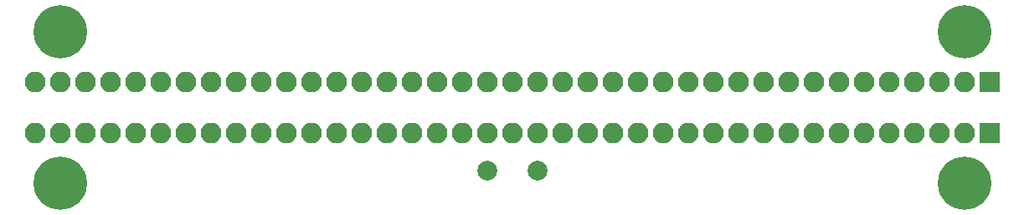
<source format=gts>
G04 #@! TF.FileFunction,Soldermask,Top*
%FSLAX46Y46*%
G04 Gerber Fmt 4.6, Leading zero omitted, Abs format (unit mm)*
G04 Created by KiCad (PCBNEW 4.0.7) date 01/27/20 16:21:50*
%MOMM*%
%LPD*%
G01*
G04 APERTURE LIST*
%ADD10C,0.100000*%
%ADD11C,5.400000*%
%ADD12R,2.100000X2.100000*%
%ADD13O,2.100000X2.100000*%
%ADD14C,2.000000*%
G04 APERTURE END LIST*
D10*
D11*
X101600000Y-98960000D03*
X193040000Y-98960000D03*
X193040000Y-114300000D03*
X101600000Y-114300000D03*
D12*
X195580000Y-109220000D03*
D13*
X193040000Y-109220000D03*
X190500000Y-109220000D03*
X187960000Y-109220000D03*
X185420000Y-109220000D03*
X182880000Y-109220000D03*
X180340000Y-109220000D03*
X177800000Y-109220000D03*
X175260000Y-109220000D03*
X172720000Y-109220000D03*
X170180000Y-109220000D03*
X167640000Y-109220000D03*
X165100000Y-109220000D03*
X162560000Y-109220000D03*
X160020000Y-109220000D03*
X157480000Y-109220000D03*
X154940000Y-109220000D03*
X152400000Y-109220000D03*
X149860000Y-109220000D03*
X147320000Y-109220000D03*
X144780000Y-109220000D03*
X142240000Y-109220000D03*
X139700000Y-109220000D03*
X137160000Y-109220000D03*
X134620000Y-109220000D03*
X132080000Y-109220000D03*
X129540000Y-109220000D03*
X127000000Y-109220000D03*
X124460000Y-109220000D03*
X121920000Y-109220000D03*
X119380000Y-109220000D03*
X116840000Y-109220000D03*
X114300000Y-109220000D03*
X111760000Y-109220000D03*
X109220000Y-109220000D03*
X106680000Y-109220000D03*
X104140000Y-109220000D03*
X101600000Y-109220000D03*
X99060000Y-109220000D03*
D14*
X149860000Y-113030000D03*
X144860000Y-113030000D03*
D12*
X195580000Y-104040000D03*
D13*
X193040000Y-104040000D03*
X190500000Y-104040000D03*
X187960000Y-104040000D03*
X185420000Y-104040000D03*
X182880000Y-104040000D03*
X180340000Y-104040000D03*
X177800000Y-104040000D03*
X175260000Y-104040000D03*
X172720000Y-104040000D03*
X170180000Y-104040000D03*
X167640000Y-104040000D03*
X165100000Y-104040000D03*
X162560000Y-104040000D03*
X160020000Y-104040000D03*
X157480000Y-104040000D03*
X154940000Y-104040000D03*
X152400000Y-104040000D03*
X149860000Y-104040000D03*
X147320000Y-104040000D03*
X144780000Y-104040000D03*
X142240000Y-104040000D03*
X139700000Y-104040000D03*
X137160000Y-104040000D03*
X134620000Y-104040000D03*
X132080000Y-104040000D03*
X129540000Y-104040000D03*
X127000000Y-104040000D03*
X124460000Y-104040000D03*
X121920000Y-104040000D03*
X119380000Y-104040000D03*
X116840000Y-104040000D03*
X114300000Y-104040000D03*
X111760000Y-104040000D03*
X109220000Y-104040000D03*
X106680000Y-104040000D03*
X104140000Y-104040000D03*
X101600000Y-104040000D03*
X99060000Y-104040000D03*
M02*

</source>
